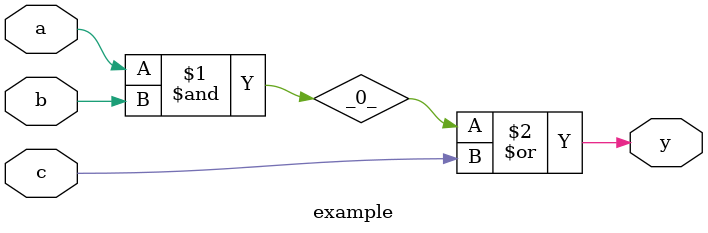
<source format=v>
/* Generated by Yosys 0.33 (git sha1 2584903a060) */

(* src = "test_circuits/example.v:1.1-3.10" *)
module example(a, b, c, y);
  (* src = "test_circuits/example.v:2.15-2.20" *)
  wire _0_;
  (* src = "test_circuits/example.v:1.22-1.23" *)
  input a;
  wire a;
  (* src = "test_circuits/example.v:1.31-1.32" *)
  input b;
  wire b;
  (* src = "test_circuits/example.v:1.40-1.41" *)
  input c;
  wire c;
  (* src = "test_circuits/example.v:1.50-1.51" *)
  output y;
  wire y;
  assign _0_ = a & (* src = "test_circuits/example.v:2.15-2.20" *) b;
  assign y = _0_ | (* src = "test_circuits/example.v:2.14-2.25" *) c;
endmodule

</source>
